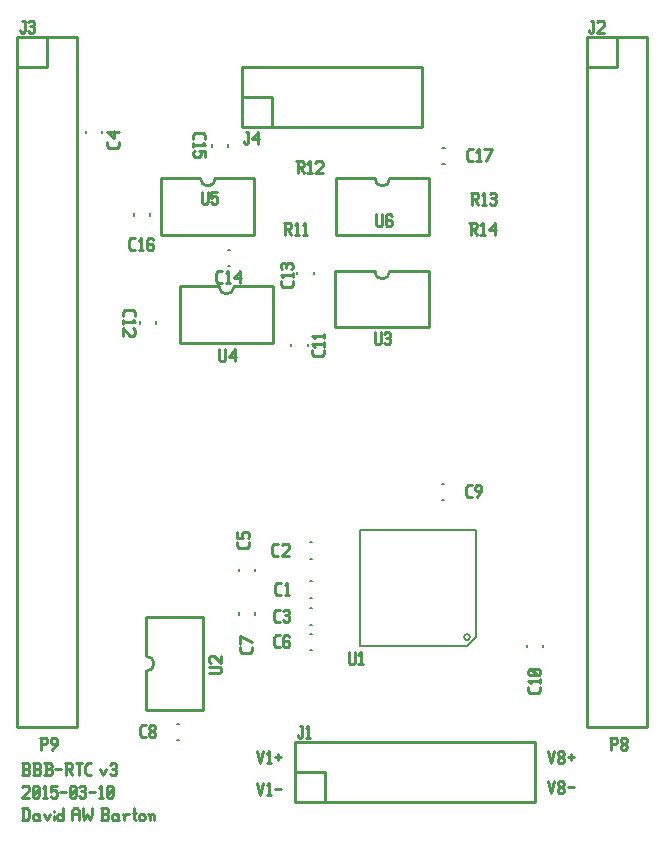
<source format=gbr>
G04 start of page 8 for group -4079 idx -4079 *
G04 Title: (unknown), topsilk *
G04 Creator: pcb 20140316 *
G04 CreationDate: Tue 10 Mar 2015 16:42:44 GMT UTC *
G04 For: db9052 *
G04 Format: Gerber/RS-274X *
G04 PCB-Dimensions (mil): 2150.00 2800.00 *
G04 PCB-Coordinate-Origin: lower left *
%MOIN*%
%FSLAX25Y25*%
%LNTOPSILK*%
%ADD49C,0.0080*%
%ADD48C,0.0100*%
G54D48*X10500Y31500D02*Y27500D01*
X10000Y31500D02*X12000D01*
X12500Y31000D01*
Y30000D01*
X12000Y29500D02*X12500Y30000D01*
X10500Y29500D02*X12000D01*
X14200Y27500D02*X15700Y29500D01*
Y31000D02*Y29500D01*
X15200Y31500D02*X15700Y31000D01*
X14200Y31500D02*X15200D01*
X13700Y31000D02*X14200Y31500D01*
X13700Y31000D02*Y30000D01*
X14200Y29500D01*
X15700D01*
X82500Y27000D02*X83500Y23000D01*
X84500Y27000D01*
X85700Y26200D02*X86500Y27000D01*
Y23000D01*
X85700D02*X87200D01*
X88400Y25000D02*X90400D01*
X89400Y26000D02*Y24000D01*
X82500Y16500D02*X83500Y12500D01*
X84500Y16500D01*
X85700Y15700D02*X86500Y16500D01*
Y12500D01*
X85700D02*X87200D01*
X88400Y14500D02*X90400D01*
X4000Y15000D02*X4500Y15500D01*
X6000D01*
X6500Y15000D01*
Y14000D01*
X4000Y11500D02*X6500Y14000D01*
X4000Y11500D02*X6500D01*
X7700Y12000D02*X8200Y11500D01*
X7700Y15000D02*Y12000D01*
Y15000D02*X8200Y15500D01*
X9200D01*
X9700Y15000D01*
Y12000D01*
X9200Y11500D02*X9700Y12000D01*
X8200Y11500D02*X9200D01*
X7700Y12500D02*X9700Y14500D01*
X10900Y14700D02*X11700Y15500D01*
Y11500D01*
X10900D02*X12400D01*
X13600Y15500D02*X15600D01*
X13600D02*Y13500D01*
X14100Y14000D01*
X15100D01*
X15600Y13500D01*
Y12000D01*
X15100Y11500D02*X15600Y12000D01*
X14100Y11500D02*X15100D01*
X13600Y12000D02*X14100Y11500D01*
X16800Y13500D02*X18800D01*
X20000Y12000D02*X20500Y11500D01*
X20000Y15000D02*Y12000D01*
Y15000D02*X20500Y15500D01*
X21500D01*
X22000Y15000D01*
Y12000D01*
X21500Y11500D02*X22000Y12000D01*
X20500Y11500D02*X21500D01*
X20000Y12500D02*X22000Y14500D01*
X23200Y15000D02*X23700Y15500D01*
X24700D01*
X25200Y15000D01*
X24700Y11500D02*X25200Y12000D01*
X23700Y11500D02*X24700D01*
X23200Y12000D02*X23700Y11500D01*
Y13700D02*X24700D01*
X25200Y15000D02*Y14200D01*
Y13200D02*Y12000D01*
Y13200D02*X24700Y13700D01*
X25200Y14200D02*X24700Y13700D01*
X26400Y13500D02*X28400D01*
X29600Y14700D02*X30400Y15500D01*
Y11500D01*
X29600D02*X31100D01*
X32300Y12000D02*X32800Y11500D01*
X32300Y15000D02*Y12000D01*
Y15000D02*X32800Y15500D01*
X33800D01*
X34300Y15000D01*
Y12000D01*
X33800Y11500D02*X34300Y12000D01*
X32800Y11500D02*X33800D01*
X32300Y12500D02*X34300Y14500D01*
X4000Y19000D02*X6000D01*
X6500Y19500D01*
Y20700D02*Y19500D01*
X6000Y21200D02*X6500Y20700D01*
X4500Y21200D02*X6000D01*
X4500Y23000D02*Y19000D01*
X4000Y23000D02*X6000D01*
X6500Y22500D01*
Y21700D01*
X6000Y21200D02*X6500Y21700D01*
X7700Y19000D02*X9700D01*
X10200Y19500D01*
Y20700D02*Y19500D01*
X9700Y21200D02*X10200Y20700D01*
X8200Y21200D02*X9700D01*
X8200Y23000D02*Y19000D01*
X7700Y23000D02*X9700D01*
X10200Y22500D01*
Y21700D01*
X9700Y21200D02*X10200Y21700D01*
X11400Y19000D02*X13400D01*
X13900Y19500D01*
Y20700D02*Y19500D01*
X13400Y21200D02*X13900Y20700D01*
X11900Y21200D02*X13400D01*
X11900Y23000D02*Y19000D01*
X11400Y23000D02*X13400D01*
X13900Y22500D01*
Y21700D01*
X13400Y21200D02*X13900Y21700D01*
X15100Y21000D02*X17100D01*
X18300Y23000D02*X20300D01*
X20800Y22500D01*
Y21500D01*
X20300Y21000D02*X20800Y21500D01*
X18800Y21000D02*X20300D01*
X18800Y23000D02*Y19000D01*
X19600Y21000D02*X20800Y19000D01*
X22000Y23000D02*X24000D01*
X23000D02*Y19000D01*
X25900D02*X27200D01*
X25200Y19700D02*X25900Y19000D01*
X25200Y22300D02*Y19700D01*
Y22300D02*X25900Y23000D01*
X27200D01*
X30200Y21000D02*X31200Y19000D01*
X32200Y21000D02*X31200Y19000D01*
X33400Y22500D02*X33900Y23000D01*
X34900D01*
X35400Y22500D01*
X34900Y19000D02*X35400Y19500D01*
X33900Y19000D02*X34900D01*
X33400Y19500D02*X33900Y19000D01*
Y21200D02*X34900D01*
X35400Y22500D02*Y21700D01*
Y20700D02*Y19500D01*
Y20700D02*X34900Y21200D01*
X35400Y21700D02*X34900Y21200D01*
X200500Y31500D02*Y27500D01*
X200000Y31500D02*X202000D01*
X202500Y31000D01*
Y30000D01*
X202000Y29500D02*X202500Y30000D01*
X200500Y29500D02*X202000D01*
X203700Y28000D02*X204200Y27500D01*
X203700Y28800D02*Y28000D01*
Y28800D02*X204400Y29500D01*
X205000D01*
X205700Y28800D01*
Y28000D01*
X205200Y27500D02*X205700Y28000D01*
X204200Y27500D02*X205200D01*
X203700Y30200D02*X204400Y29500D01*
X203700Y31000D02*Y30200D01*
Y31000D02*X204200Y31500D01*
X205200D01*
X205700Y31000D01*
Y30200D01*
X205000Y29500D02*X205700Y30200D01*
X179500Y27000D02*X180500Y23000D01*
X181500Y27000D01*
X182700Y23500D02*X183200Y23000D01*
X182700Y24300D02*Y23500D01*
Y24300D02*X183400Y25000D01*
X184000D01*
X184700Y24300D01*
Y23500D01*
X184200Y23000D02*X184700Y23500D01*
X183200Y23000D02*X184200D01*
X182700Y25700D02*X183400Y25000D01*
X182700Y26500D02*Y25700D01*
Y26500D02*X183200Y27000D01*
X184200D01*
X184700Y26500D01*
Y25700D01*
X184000Y25000D02*X184700Y25700D01*
X185900Y25000D02*X187900D01*
X186900Y26000D02*Y24000D01*
X179500Y17000D02*X180500Y13000D01*
X181500Y17000D01*
X182700Y13500D02*X183200Y13000D01*
X182700Y14300D02*Y13500D01*
Y14300D02*X183400Y15000D01*
X184000D01*
X184700Y14300D01*
Y13500D01*
X184200Y13000D02*X184700Y13500D01*
X183200Y13000D02*X184200D01*
X182700Y15700D02*X183400Y15000D01*
X182700Y16500D02*Y15700D01*
Y16500D02*X183200Y17000D01*
X184200D01*
X184700Y16500D01*
Y15700D01*
X184000Y15000D02*X184700Y15700D01*
X185900Y15000D02*X187900D01*
X4500Y8000D02*Y4000D01*
X5800Y8000D02*X6500Y7300D01*
Y4700D01*
X5800Y4000D02*X6500Y4700D01*
X4000Y4000D02*X5800D01*
X4000Y8000D02*X5800D01*
X9200Y6000D02*X9700Y5500D01*
X8200Y6000D02*X9200D01*
X7700Y5500D02*X8200Y6000D01*
X7700Y5500D02*Y4500D01*
X8200Y4000D01*
X9700Y6000D02*Y4500D01*
X10200Y4000D01*
X8200D02*X9200D01*
X9700Y4500D01*
X11400Y6000D02*X12400Y4000D01*
X13400Y6000D02*X12400Y4000D01*
X14600Y7000D02*Y6900D01*
Y5500D02*Y4000D01*
X17600Y8000D02*Y4000D01*
X17100D02*X17600Y4500D01*
X16100Y4000D02*X17100D01*
X15600Y4500D02*X16100Y4000D01*
X15600Y5500D02*Y4500D01*
Y5500D02*X16100Y6000D01*
X17100D01*
X17600Y5500D01*
X20600Y7000D02*Y4000D01*
Y7000D02*X21300Y8000D01*
X22400D01*
X23100Y7000D01*
Y4000D01*
X20600Y6000D02*X23100D01*
X24300Y8000D02*Y6000D01*
X24800Y4000D01*
X25800Y6000D01*
X26800Y4000D01*
X27300Y6000D01*
Y8000D02*Y6000D01*
X30300Y4000D02*X32300D01*
X32800Y4500D01*
Y5700D02*Y4500D01*
X32300Y6200D02*X32800Y5700D01*
X30800Y6200D02*X32300D01*
X30800Y8000D02*Y4000D01*
X30300Y8000D02*X32300D01*
X32800Y7500D01*
Y6700D01*
X32300Y6200D02*X32800Y6700D01*
X35500Y6000D02*X36000Y5500D01*
X34500Y6000D02*X35500D01*
X34000Y5500D02*X34500Y6000D01*
X34000Y5500D02*Y4500D01*
X34500Y4000D01*
X36000Y6000D02*Y4500D01*
X36500Y4000D01*
X34500D02*X35500D01*
X36000Y4500D01*
X38200Y5500D02*Y4000D01*
Y5500D02*X38700Y6000D01*
X39700D01*
X37700D02*X38200Y5500D01*
X41400Y8000D02*Y4500D01*
X41900Y4000D01*
X40900Y6500D02*X41900D01*
X42900Y5500D02*Y4500D01*
Y5500D02*X43400Y6000D01*
X44400D01*
X44900Y5500D01*
Y4500D01*
X44400Y4000D02*X44900Y4500D01*
X43400Y4000D02*X44400D01*
X42900Y4500D02*X43400Y4000D01*
X46600Y5500D02*Y4000D01*
Y5500D02*X47100Y6000D01*
X47600D01*
X48100Y5500D01*
Y4000D01*
X46100Y6000D02*X46600Y5500D01*
X77500Y235000D02*X137500D01*
Y255000D02*Y235000D01*
X77500Y255000D02*X137500D01*
X77500D02*Y235000D01*
X87500Y245000D02*Y235000D01*
X77500Y245000D02*X87500D01*
G54D49*X144107Y228255D02*X144893D01*
X144107Y222745D02*X144893D01*
G54D48*X56750Y182000D02*Y163000D01*
X87750D01*
Y182000D01*
X56750D02*X69750D01*
X87750D02*X74750D01*
X69750D02*G75*G03X74750Y182000I2500J0D01*G01*
X50500Y218000D02*Y199000D01*
X81500D01*
Y218000D01*
X50500D02*X63500D01*
X81500D02*X68500D01*
X63500D02*G75*G03X68500Y218000I2500J0D01*G01*
X108548Y187003D02*Y168351D01*
X139680D01*
Y187003D01*
X108548D02*X121614D01*
X139680D02*X126614D01*
X121614D02*G75*G03X126614Y187003I2500J0D01*G01*
G54D49*X100064Y69245D02*X100850D01*
X100064Y74755D02*X100850D01*
X100064Y91245D02*X100850D01*
X100064Y96755D02*X100850D01*
G54D48*X108632Y218000D02*Y199000D01*
X139632D01*
Y218000D01*
X108632D02*X121632D01*
X139632D02*X126632D01*
X121632D02*G75*G03X126632Y218000I2500J0D01*G01*
X192500Y265000D02*Y35000D01*
X212500D01*
Y265000D01*
X192500D01*
Y255000D02*X202500D01*
Y265000D01*
G54D49*X177755Y62436D02*Y61650D01*
X172245Y62436D02*Y61650D01*
X144064Y110745D02*X144850D01*
X144064Y116255D02*X144850D01*
X93745Y162850D02*Y162064D01*
X99255Y162850D02*Y162064D01*
X95745Y186936D02*Y186150D01*
X101255Y186936D02*Y186150D01*
G54D48*X2500Y265000D02*Y35000D01*
X22500D01*
Y265000D01*
X2500D01*
Y255000D02*X12500D01*
Y265000D01*
G54D49*X72564Y194255D02*X73350D01*
X72564Y188745D02*X73350D01*
X46755Y206393D02*Y205607D01*
X41245Y206393D02*Y205607D01*
X67245Y229350D02*Y228564D01*
X72755Y229350D02*Y228564D01*
X43288Y170393D02*Y169607D01*
X48798Y170393D02*Y169607D01*
X25245Y233850D02*Y233064D01*
X30755Y233850D02*Y233064D01*
G54D48*X95000Y10000D02*X175000D01*
Y30000D02*Y10000D01*
X95000Y30000D02*X175000D01*
X95000D02*Y10000D01*
X105000Y20000D02*Y10000D01*
X95000Y20000D02*X105000D01*
X45500Y40750D02*X64500D01*
Y71750D02*Y40750D01*
X45500Y71750D02*X64500D01*
X45500Y53750D02*Y40750D01*
Y71750D02*Y58750D01*
Y53750D02*G75*G03X45500Y58750I0J2500D01*G01*
G54D49*X116715Y62215D02*X152385D01*
X116715Y100785D02*Y62215D01*
Y100785D02*X155285D01*
Y65115D01*
X152385Y62215D01*
X153385Y65115D02*G75*G03X153385Y65115I-1000J0D01*G01*
X55650Y30745D02*X56436D01*
X55650Y36255D02*X56436D01*
X100064Y78245D02*X100850D01*
X100064Y83755D02*X100850D01*
X81755Y87936D02*Y87150D01*
X76245Y87936D02*Y87150D01*
X100064Y60745D02*X100850D01*
X100064Y66255D02*X100850D01*
X76245Y73350D02*Y72564D01*
X81755Y73350D02*Y72564D01*
G54D48*X78700Y233500D02*X79500D01*
Y230000D01*
X79000Y229500D02*X79500Y230000D01*
X78500Y229500D02*X79000D01*
X78000Y230000D02*X78500Y229500D01*
X78000Y230500D02*Y230000D01*
X80700Y231000D02*X82700Y233500D01*
X80700Y231000D02*X83200D01*
X82700Y233500D02*Y229500D01*
X4200Y270500D02*X5000D01*
Y267000D01*
X4500Y266500D02*X5000Y267000D01*
X4000Y266500D02*X4500D01*
X3500Y267000D02*X4000Y266500D01*
X3500Y267500D02*Y267000D01*
X6200Y270000D02*X6700Y270500D01*
X7700D01*
X8200Y270000D01*
X7700Y266500D02*X8200Y267000D01*
X6700Y266500D02*X7700D01*
X6200Y267000D02*X6700Y266500D01*
Y268700D02*X7700D01*
X8200Y270000D02*Y269200D01*
Y268200D02*Y267000D01*
Y268200D02*X7700Y268700D01*
X8200Y269200D02*X7700Y268700D01*
X193700Y270500D02*X194500D01*
Y267000D01*
X194000Y266500D02*X194500Y267000D01*
X193500Y266500D02*X194000D01*
X193000Y267000D02*X193500Y266500D01*
X193000Y267500D02*Y267000D01*
X195700Y270000D02*X196200Y270500D01*
X197700D01*
X198200Y270000D01*
Y269000D01*
X195700Y266500D02*X198200Y269000D01*
X195700Y266500D02*X198200D01*
X61150Y232450D02*Y231150D01*
X61850Y233150D02*X61150Y232450D01*
X61850Y233150D02*X64450D01*
X65150Y232450D01*
Y231150D01*
X64350Y229950D02*X65150Y229150D01*
X61150D02*X65150D01*
X61150Y229950D02*Y228450D01*
X65150Y227250D02*Y225250D01*
X63150Y227250D02*X65150D01*
X63150D02*X63650Y226750D01*
Y225750D01*
X63150Y225250D01*
X61650D02*X63150D01*
X61150Y225750D02*X61650Y225250D01*
X61150Y226750D02*Y225750D01*
X61650Y227250D02*X61150Y226750D01*
X95409Y223650D02*X97409D01*
X97909Y223150D01*
Y222150D01*
X97409Y221650D02*X97909Y222150D01*
X95909Y221650D02*X97409D01*
X95909Y223650D02*Y219650D01*
X96709Y221650D02*X97909Y219650D01*
X99109Y222850D02*X99909Y223650D01*
Y219650D01*
X99109D02*X100609D01*
X101809Y223150D02*X102309Y223650D01*
X103809D01*
X104309Y223150D01*
Y222150D01*
X101809Y219650D02*X104309Y222150D01*
X101809Y219650D02*X104309D01*
X36350Y230264D02*Y228964D01*
X35650Y228264D02*X36350Y228964D01*
X33050Y228264D02*X35650D01*
X33050D02*X32350Y228964D01*
Y230264D02*Y228964D01*
X34850Y231464D02*X32350Y233464D01*
X34850Y233964D02*Y231464D01*
X32350Y233464D02*X36350D01*
X153007Y223650D02*X154307D01*
X152307Y224350D02*X153007Y223650D01*
X152307Y226950D02*Y224350D01*
Y226950D02*X153007Y227650D01*
X154307D01*
X155507Y226850D02*X156307Y227650D01*
Y223650D01*
X155507D02*X157007D01*
X158707D02*X160707Y227650D01*
X158207D02*X160707D01*
X96700Y35500D02*X97500D01*
Y32000D01*
X97000Y31500D02*X97500Y32000D01*
X96500Y31500D02*X97000D01*
X96000Y32000D02*X96500Y31500D01*
X96000Y32500D02*Y32000D01*
X98700Y34700D02*X99500Y35500D01*
Y31500D01*
X98700D02*X100200D01*
X66500Y53250D02*X70000D01*
X70500Y53750D01*
Y54750D02*Y53750D01*
Y54750D02*X70000Y55250D01*
X66500D02*X70000D01*
X67000Y56450D02*X66500Y56950D01*
Y58450D02*Y56950D01*
Y58450D02*X67000Y58950D01*
X68000D01*
X70500Y56450D02*X68000Y58950D01*
X70500D02*Y56450D01*
X44007Y31650D02*X45307D01*
X43307Y32350D02*X44007Y31650D01*
X43307Y34950D02*Y32350D01*
Y34950D02*X44007Y35650D01*
X45307D01*
X46507Y32150D02*X47007Y31650D01*
X46507Y32950D02*Y32150D01*
Y32950D02*X47207Y33650D01*
X47807D01*
X48507Y32950D01*
Y32150D01*
X48007Y31650D02*X48507Y32150D01*
X47007Y31650D02*X48007D01*
X46507Y34350D02*X47207Y33650D01*
X46507Y35150D02*Y34350D01*
Y35150D02*X47007Y35650D01*
X48007D01*
X48507Y35150D01*
Y34350D01*
X47807Y33650D02*X48507Y34350D01*
X176850Y48549D02*Y47249D01*
X176150Y46549D02*X176850Y47249D01*
X173550Y46549D02*X176150D01*
X173550D02*X172850Y47249D01*
Y48549D02*Y47249D01*
X173650Y49749D02*X172850Y50549D01*
X176850D01*
Y51249D02*Y49749D01*
X176350Y52449D02*X176850Y52949D01*
X173350Y52449D02*X176350D01*
X173350D02*X172850Y52949D01*
Y53949D02*Y52949D01*
Y53949D02*X173350Y54449D01*
X176350D01*
X176850Y53949D02*X176350Y54449D01*
X176850Y53949D02*Y52949D01*
X175850Y52449D02*X173850Y54449D01*
X152593Y111650D02*X153893D01*
X151893Y112350D02*X152593Y111650D01*
X151893Y114950D02*Y112350D01*
Y114950D02*X152593Y115650D01*
X153893D01*
X155593Y111650D02*X157093Y113650D01*
Y115150D02*Y113650D01*
X156593Y115650D02*X157093Y115150D01*
X155593Y115650D02*X156593D01*
X155093Y115150D02*X155593Y115650D01*
X155093Y115150D02*Y114150D01*
X155593Y113650D01*
X157093D01*
X113000Y60000D02*Y56500D01*
X113500Y56000D01*
X114500D01*
X115000Y56500D01*
Y60000D02*Y56500D01*
X116200Y59200D02*X117000Y60000D01*
Y56000D01*
X116200D02*X117700D01*
X89093Y79150D02*X90393D01*
X88393Y79850D02*X89093Y79150D01*
X88393Y82450D02*Y79850D01*
Y82450D02*X89093Y83150D01*
X90393D01*
X91593Y82350D02*X92393Y83150D01*
Y79150D01*
X91593D02*X93093D01*
X88093Y92150D02*X89393D01*
X87393Y92850D02*X88093Y92150D01*
X87393Y95450D02*Y92850D01*
Y95450D02*X88093Y96150D01*
X89393D01*
X90593Y95650D02*X91093Y96150D01*
X92593D01*
X93093Y95650D01*
Y94650D01*
X90593Y92150D02*X93093Y94650D01*
X90593Y92150D02*X93093D01*
X79850Y96807D02*Y95507D01*
X79150Y94807D02*X79850Y95507D01*
X76550Y94807D02*X79150D01*
X76550D02*X75850Y95507D01*
Y96807D02*Y95507D01*
Y100007D02*Y98007D01*
X77850D01*
X77350Y98507D01*
Y99507D02*Y98507D01*
Y99507D02*X77850Y100007D01*
X79350D01*
X79850Y99507D02*X79350Y100007D01*
X79850Y99507D02*Y98507D01*
X79350Y98007D02*X79850Y98507D01*
X88679Y70150D02*X89979D01*
X87979Y70850D02*X88679Y70150D01*
X87979Y73450D02*Y70850D01*
Y73450D02*X88679Y74150D01*
X89979D01*
X91179Y73650D02*X91679Y74150D01*
X92679D01*
X93179Y73650D01*
X92679Y70150D02*X93179Y70650D01*
X91679Y70150D02*X92679D01*
X91179Y70650D02*X91679Y70150D01*
Y72350D02*X92679D01*
X93179Y73650D02*Y72850D01*
Y71850D02*Y70650D01*
Y71850D02*X92679Y72350D01*
X93179Y72850D02*X92679Y72350D01*
X88679Y61650D02*X89979D01*
X87979Y62350D02*X88679Y61650D01*
X87979Y64950D02*Y62350D01*
Y64950D02*X88679Y65650D01*
X89979D01*
X92679D02*X93179Y65150D01*
X91679Y65650D02*X92679D01*
X91179Y65150D02*X91679Y65650D01*
X91179Y65150D02*Y62150D01*
X91679Y61650D01*
X92679Y63850D02*X93179Y63350D01*
X91179Y63850D02*X92679D01*
X91679Y61650D02*X92679D01*
X93179Y62150D01*
Y63350D02*Y62150D01*
X80850Y61721D02*Y60421D01*
X80150Y59721D02*X80850Y60421D01*
X77550Y59721D02*X80150D01*
X77550D02*X76850Y60421D01*
Y61721D02*Y60421D01*
X80850Y63421D02*X76850Y65421D01*
Y62921D01*
X69750Y161000D02*Y157500D01*
X70250Y157000D01*
X71250D01*
X71750Y157500D01*
Y161000D02*Y157500D01*
X72950Y158500D02*X74950Y161000D01*
X72950Y158500D02*X75450D01*
X74950Y161000D02*Y157000D01*
X69507Y183150D02*X70807D01*
X68807Y183850D02*X69507Y183150D01*
X68807Y186450D02*Y183850D01*
Y186450D02*X69507Y187150D01*
X70807D01*
X72007Y186350D02*X72807Y187150D01*
Y183150D01*
X72007D02*X73507D01*
X74707Y184650D02*X76707Y187150D01*
X74707Y184650D02*X77207D01*
X76707Y187150D02*Y183150D01*
X104850Y160764D02*Y159464D01*
X104150Y158764D02*X104850Y159464D01*
X101550Y158764D02*X104150D01*
X101550D02*X100850Y159464D01*
Y160764D02*Y159464D01*
X101650Y161964D02*X100850Y162764D01*
X104850D01*
Y163464D02*Y161964D01*
X101650Y164664D02*X100850Y165464D01*
X104850D01*
Y166164D02*Y164664D01*
X40550Y194107D02*X41850D01*
X39850Y194807D02*X40550Y194107D01*
X39850Y197407D02*Y194807D01*
Y197407D02*X40550Y198107D01*
X41850D01*
X43050Y197307D02*X43850Y198107D01*
Y194107D01*
X43050D02*X44550D01*
X47250Y198107D02*X47750Y197607D01*
X46250Y198107D02*X47250D01*
X45750Y197607D02*X46250Y198107D01*
X45750Y197607D02*Y194607D01*
X46250Y194107D01*
X47250Y196307D02*X47750Y195807D01*
X45750Y196307D02*X47250D01*
X46250Y194107D02*X47250D01*
X47750Y194607D01*
Y195807D02*Y194607D01*
X153173Y203150D02*X155173D01*
X155673Y202650D01*
Y201650D01*
X155173Y201150D02*X155673Y201650D01*
X153673Y201150D02*X155173D01*
X153673Y203150D02*Y199150D01*
X154473Y201150D02*X155673Y199150D01*
X156873Y202350D02*X157673Y203150D01*
Y199150D01*
X156873D02*X158373D01*
X159573Y200650D02*X161573Y203150D01*
X159573Y200650D02*X162073D01*
X161573Y203150D02*Y199150D01*
X153614Y213150D02*X155614D01*
X156114Y212650D01*
Y211650D01*
X155614Y211150D02*X156114Y211650D01*
X154114Y211150D02*X155614D01*
X154114Y213150D02*Y209150D01*
X154914Y211150D02*X156114Y209150D01*
X157314Y212350D02*X158114Y213150D01*
Y209150D01*
X157314D02*X158814D01*
X160014Y212650D02*X160514Y213150D01*
X161514D01*
X162014Y212650D01*
X161514Y209150D02*X162014Y209650D01*
X160514Y209150D02*X161514D01*
X160014Y209650D02*X160514Y209150D01*
Y211350D02*X161514D01*
X162014Y212650D02*Y211850D01*
Y210850D02*Y209650D01*
Y210850D02*X161514Y211350D01*
X162014Y211850D02*X161514Y211350D01*
X122132Y206000D02*Y202500D01*
X122632Y202000D01*
X123632D01*
X124132Y202500D01*
Y206000D02*Y202500D01*
X126832Y206000D02*X127332Y205500D01*
X125832Y206000D02*X126832D01*
X125332Y205500D02*X125832Y206000D01*
X125332Y205500D02*Y202500D01*
X125832Y202000D01*
X126832Y204200D02*X127332Y203700D01*
X125332Y204200D02*X126832D01*
X125832Y202000D02*X126832D01*
X127332Y202500D01*
Y203700D02*Y202500D01*
X37693Y173321D02*Y172021D01*
X38393Y174021D02*X37693Y173321D01*
X38393Y174021D02*X40993D01*
X41693Y173321D01*
Y172021D01*
X40893Y170821D02*X41693Y170021D01*
X37693D02*X41693D01*
X37693Y170821D02*Y169321D01*
X41193Y168121D02*X41693Y167621D01*
Y166121D01*
X41193Y165621D01*
X40193D02*X41193D01*
X37693Y168121D02*X40193Y165621D01*
X37693Y168121D02*Y165621D01*
X64000Y213500D02*Y210000D01*
X64500Y209500D01*
X65500D01*
X66000Y210000D01*
Y213500D02*Y210000D01*
X67200Y213500D02*X69200D01*
X67200D02*Y211500D01*
X67700Y212000D01*
X68700D01*
X69200Y211500D01*
Y210000D01*
X68700Y209500D02*X69200Y210000D01*
X67700Y209500D02*X68700D01*
X67200Y210000D02*X67700Y209500D01*
X121614Y166677D02*Y163177D01*
X122114Y162677D01*
X123114D01*
X123614Y163177D01*
Y166677D02*Y163177D01*
X124814Y166177D02*X125314Y166677D01*
X126314D01*
X126814Y166177D01*
X126314Y162677D02*X126814Y163177D01*
X125314Y162677D02*X126314D01*
X124814Y163177D02*X125314Y162677D01*
Y164877D02*X126314D01*
X126814Y166177D02*Y165377D01*
Y164377D02*Y163177D01*
Y164377D02*X126314Y164877D01*
X126814Y165377D02*X126314Y164877D01*
X94350Y183850D02*Y182550D01*
X93650Y181850D02*X94350Y182550D01*
X91050Y181850D02*X93650D01*
X91050D02*X90350Y182550D01*
Y183850D02*Y182550D01*
X91150Y185050D02*X90350Y185850D01*
X94350D01*
Y186550D02*Y185050D01*
X90850Y187750D02*X90350Y188250D01*
Y189250D02*Y188250D01*
Y189250D02*X90850Y189750D01*
X94350Y189250D02*X93850Y189750D01*
X94350Y189250D02*Y188250D01*
X93850Y187750D02*X94350Y188250D01*
X92150Y189250D02*Y188250D01*
X90850Y189750D02*X91650D01*
X92650D02*X93850D01*
X92650D02*X92150Y189250D01*
X91650Y189750D02*X92150Y189250D01*
X91291Y203150D02*X93291D01*
X93791Y202650D01*
Y201650D01*
X93291Y201150D02*X93791Y201650D01*
X91791Y201150D02*X93291D01*
X91791Y203150D02*Y199150D01*
X92591Y201150D02*X93791Y199150D01*
X94991Y202350D02*X95791Y203150D01*
Y199150D01*
X94991D02*X96491D01*
X97691Y202350D02*X98491Y203150D01*
Y199150D01*
X97691D02*X99191D01*
M02*

</source>
